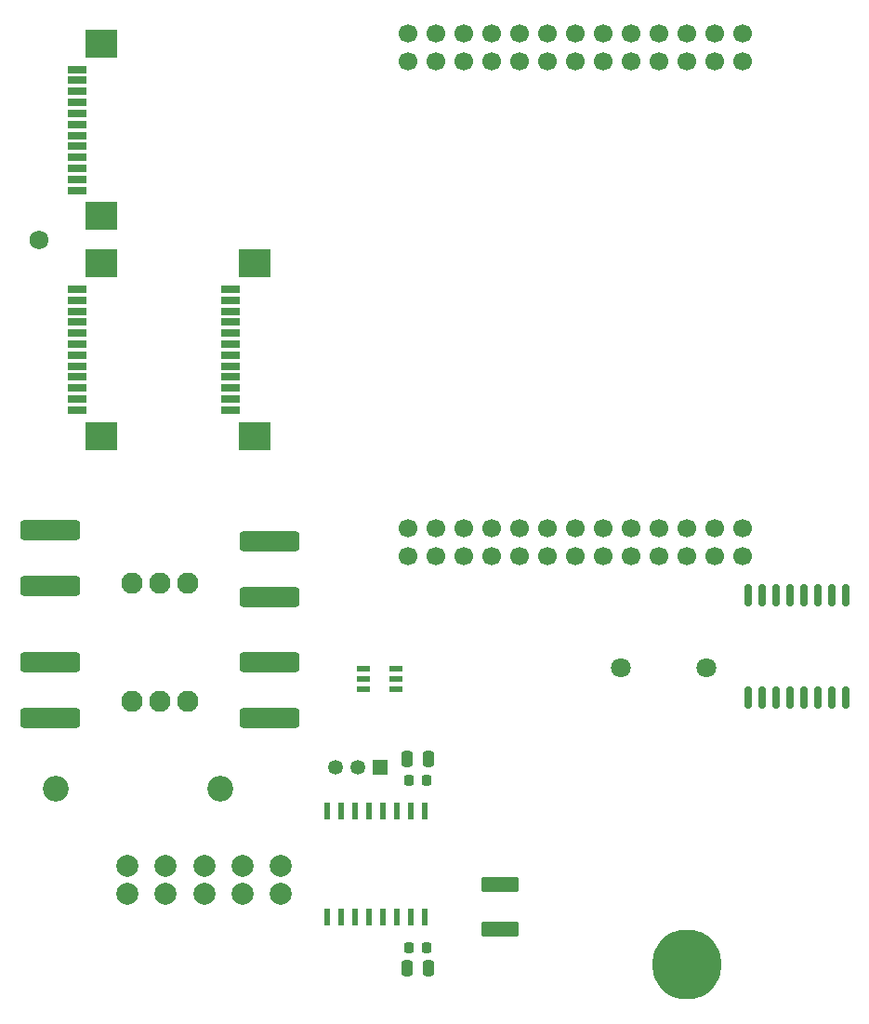
<source format=gbr>
%TF.GenerationSoftware,KiCad,Pcbnew,9.0.2*%
%TF.CreationDate,2025-06-09T15:32:08+03:00*%
%TF.ProjectId,PMCPU-LLU,504d4350-552d-44c4-9c55-2e6b69636164,rev?*%
%TF.SameCoordinates,Original*%
%TF.FileFunction,Soldermask,Top*%
%TF.FilePolarity,Negative*%
%FSLAX46Y46*%
G04 Gerber Fmt 4.6, Leading zero omitted, Abs format (unit mm)*
G04 Created by KiCad (PCBNEW 9.0.2) date 2025-06-09 15:32:08*
%MOMM*%
%LPD*%
G01*
G04 APERTURE LIST*
G04 Aperture macros list*
%AMRoundRect*
0 Rectangle with rounded corners*
0 $1 Rounding radius*
0 $2 $3 $4 $5 $6 $7 $8 $9 X,Y pos of 4 corners*
0 Add a 4 corners polygon primitive as box body*
4,1,4,$2,$3,$4,$5,$6,$7,$8,$9,$2,$3,0*
0 Add four circle primitives for the rounded corners*
1,1,$1+$1,$2,$3*
1,1,$1+$1,$4,$5*
1,1,$1+$1,$6,$7*
1,1,$1+$1,$8,$9*
0 Add four rect primitives between the rounded corners*
20,1,$1+$1,$2,$3,$4,$5,0*
20,1,$1+$1,$4,$5,$6,$7,0*
20,1,$1+$1,$6,$7,$8,$9,0*
20,1,$1+$1,$8,$9,$2,$3,0*%
G04 Aperture macros list end*
%ADD10O,6.350000X6.350000*%
%ADD11R,1.181100X0.558800*%
%ADD12C,1.800000*%
%ADD13RoundRect,0.250000X2.450000X-0.650000X2.450000X0.650000X-2.450000X0.650000X-2.450000X-0.650000X0*%
%ADD14C,1.700000*%
%ADD15RoundRect,0.249999X1.450001X-0.450001X1.450001X0.450001X-1.450001X0.450001X-1.450001X-0.450001X0*%
%ADD16R,0.482600X1.549400*%
%ADD17R,1.803400X0.635000*%
%ADD18R,2.997200X2.590800*%
%ADD19C,1.950000*%
%ADD20R,1.350000X1.350000*%
%ADD21C,1.350000*%
%ADD22RoundRect,0.250000X0.250000X0.475000X-0.250000X0.475000X-0.250000X-0.475000X0.250000X-0.475000X0*%
%ADD23C,1.725000*%
%ADD24RoundRect,0.225000X0.225000X0.250000X-0.225000X0.250000X-0.225000X-0.250000X0.225000X-0.250000X0*%
%ADD25RoundRect,0.150000X0.150000X-0.875000X0.150000X0.875000X-0.150000X0.875000X-0.150000X-0.875000X0*%
%ADD26C,2.000000*%
%ADD27C,2.350000*%
G04 APERTURE END LIST*
D10*
%TO.C,PE1*%
X22000000Y-46000000D03*
%TD*%
D11*
%TO.C,U7*%
X-4533150Y-20950001D03*
X-4533150Y-20000000D03*
X-4533150Y-19049999D03*
X-7466850Y-19049999D03*
X-7466850Y-20000000D03*
X-7466850Y-20950001D03*
%TD*%
D12*
%TO.C,J1*%
X23750000Y-19000000D03*
X16000000Y-19000000D03*
%TD*%
D13*
%TO.C,C3*%
X-36000000Y-11550000D03*
X-36000000Y-6450000D03*
%TD*%
D14*
%TO.C,U5*%
X-3440000Y38770000D03*
X21960000Y38770000D03*
X24500000Y38770000D03*
X27040000Y38770000D03*
X-900000Y38770000D03*
X21960000Y36230000D03*
X24500000Y36230000D03*
X27040000Y36230000D03*
X1640000Y38770000D03*
X21960000Y-6230000D03*
X24500000Y-6230000D03*
X27040000Y-6230000D03*
X4180000Y38770000D03*
X21960000Y-8770000D03*
X24500000Y-8770000D03*
X27040000Y-8770000D03*
X6720000Y38770000D03*
X9260000Y38770000D03*
X11800000Y38770000D03*
X14340000Y38770000D03*
X16880000Y38770000D03*
X19420000Y38770000D03*
X-3440000Y36230000D03*
X-900000Y36230000D03*
X1640000Y36230000D03*
X4180000Y36230000D03*
X6720000Y36230000D03*
X9260000Y36230000D03*
X11800000Y36230000D03*
X14340000Y36230000D03*
X16880000Y36230000D03*
X19420000Y36230000D03*
X-3440000Y-6230000D03*
X-900000Y-6230000D03*
X1640000Y-6230000D03*
X4180000Y-6230000D03*
X6720000Y-6230000D03*
X9260000Y-6230000D03*
X11800000Y-6230000D03*
X14340000Y-6230000D03*
X16880000Y-6230000D03*
X19420000Y-6230000D03*
X-3440000Y-8770000D03*
X-900000Y-8770000D03*
X1640000Y-8770000D03*
X4180000Y-8770000D03*
X6720000Y-8770000D03*
X9260000Y-8770000D03*
X11800000Y-8770000D03*
X14340000Y-8770000D03*
X16880000Y-8770000D03*
X19420000Y-8770000D03*
%TD*%
D13*
%TO.C,C6*%
X-36000000Y-23550000D03*
X-36000000Y-18450000D03*
%TD*%
D15*
%TO.C,C1*%
X5000000Y-42800000D03*
X5000000Y-38700000D03*
%TD*%
D16*
%TO.C,U4*%
X-1905000Y-32004000D03*
X-3175000Y-32004000D03*
X-4445000Y-32004000D03*
X-5715000Y-32004000D03*
X-6985000Y-32004000D03*
X-8255000Y-32004000D03*
X-9525000Y-32004000D03*
X-10795000Y-32004000D03*
X-10795000Y-41656000D03*
X-9525000Y-41656000D03*
X-8255000Y-41656000D03*
X-6985000Y-41656000D03*
X-5715000Y-41656000D03*
X-4445000Y-41656000D03*
X-3175000Y-41656000D03*
X-1905000Y-41656000D03*
%TD*%
D17*
%TO.C,J12*%
X-33556000Y4500008D03*
X-33556000Y5500006D03*
X-33556000Y6500004D03*
X-33556000Y7500002D03*
X-33556000Y8500000D03*
X-33556000Y9500000D03*
X-33556000Y10500000D03*
X-33556000Y11500000D03*
X-33556000Y12499998D03*
X-33556000Y13499996D03*
X-33556000Y14499994D03*
X-33556000Y15499992D03*
D18*
X-31385999Y2149997D03*
X-31385999Y17850003D03*
%TD*%
D19*
%TO.C,J5*%
X-23460000Y-22000000D03*
X-26000000Y-22000000D03*
X-28540000Y-22000000D03*
%TD*%
D17*
%TO.C,J7*%
X-19556000Y4500008D03*
X-19556000Y5500006D03*
X-19556000Y6500004D03*
X-19556000Y7500002D03*
X-19556000Y8500000D03*
X-19556000Y9500000D03*
X-19556000Y10500000D03*
X-19556000Y11500000D03*
X-19556000Y12499998D03*
X-19556000Y13499996D03*
X-19556000Y14499994D03*
X-19556000Y15499992D03*
D18*
X-17385999Y2149997D03*
X-17385999Y17850003D03*
%TD*%
D20*
%TO.C,J11*%
X-6000000Y-28000000D03*
D21*
X-8000000Y-28000000D03*
X-10000000Y-28000000D03*
%TD*%
D22*
%TO.C,C10*%
X-1590000Y-46355000D03*
X-3490000Y-46355000D03*
%TD*%
%TO.C,C12*%
X-1590000Y-27305000D03*
X-3490000Y-27305000D03*
%TD*%
D19*
%TO.C,J4*%
X-23460000Y-11235000D03*
X-26000000Y-11235000D03*
X-28540000Y-11235000D03*
%TD*%
D23*
%TO.C,U2*%
X-37000000Y20000000D03*
%TD*%
D24*
%TO.C,C9*%
X-1765000Y-44450000D03*
X-3315000Y-44450000D03*
%TD*%
D13*
%TO.C,C5*%
X-16000000Y-23550000D03*
X-16000000Y-18450000D03*
%TD*%
%TO.C,C2*%
X-16000000Y-12550000D03*
X-16000000Y-7450000D03*
%TD*%
D25*
%TO.C,U6*%
X27555000Y-21650000D03*
X28825000Y-21650000D03*
X30095000Y-21650000D03*
X31365000Y-21650000D03*
X32635000Y-21650000D03*
X33905000Y-21650000D03*
X35175000Y-21650000D03*
X36445000Y-21650000D03*
X36445000Y-12350000D03*
X35175000Y-12350000D03*
X33905000Y-12350000D03*
X32635000Y-12350000D03*
X31365000Y-12350000D03*
X30095000Y-12350000D03*
X28825000Y-12350000D03*
X27555000Y-12350000D03*
%TD*%
D26*
%TO.C,J3*%
X-29000000Y-37000000D03*
X-25500000Y-37000000D03*
X-22000000Y-37000000D03*
X-18500000Y-37000000D03*
X-15000000Y-37000000D03*
X-29000000Y-39500000D03*
X-25500000Y-39500000D03*
X-22000000Y-39500000D03*
X-18500000Y-39500000D03*
X-15000000Y-39500000D03*
%TD*%
D17*
%TO.C,J2*%
X-33556000Y24500008D03*
X-33556000Y25500006D03*
X-33556000Y26500004D03*
X-33556000Y27500002D03*
X-33556000Y28500000D03*
X-33556000Y29500000D03*
X-33556000Y30500000D03*
X-33556000Y31500000D03*
X-33556000Y32499998D03*
X-33556000Y33499996D03*
X-33556000Y34499994D03*
X-33556000Y35499992D03*
D18*
X-31385999Y22149997D03*
X-31385999Y37850003D03*
%TD*%
D24*
%TO.C,C11*%
X-1765000Y-29210000D03*
X-3315000Y-29210000D03*
%TD*%
D27*
%TO.C,U1*%
X-35500000Y-30000000D03*
X-20500000Y-30000000D03*
%TD*%
M02*

</source>
